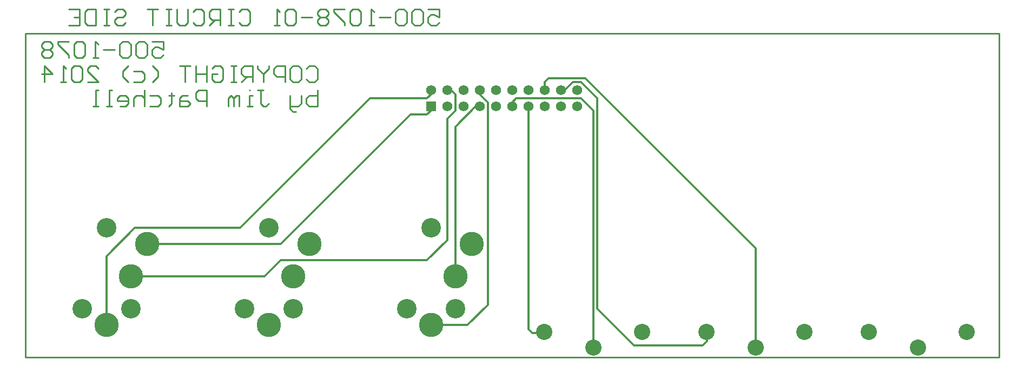
<source format=gbl>
*%FSLAX23Y23*%
*%MOIN*%
G01*
%ADD11C,0.006*%
%ADD12C,0.007*%
%ADD13C,0.010*%
%ADD14C,0.012*%
%ADD15C,0.036*%
%ADD16C,0.050*%
%ADD17C,0.056*%
%ADD18C,0.060*%
%ADD19C,0.062*%
%ADD20C,0.066*%
%ADD21C,0.070*%
%ADD22C,0.080*%
%ADD23C,0.095*%
%ADD24C,0.100*%
%ADD25C,0.104*%
%ADD26C,0.115*%
%ADD27C,0.120*%
%ADD28C,0.124*%
%ADD29C,0.150*%
%ADD30C,0.154*%
%ADD31R,0.062X0.062*%
%ADD32R,0.066X0.066*%
D13*
X7633Y8728D02*
X7700D01*
Y8678D01*
X7667Y8695D01*
X7650D01*
X7633Y8678D01*
Y8645D01*
X7650Y8628D01*
X7683D01*
X7700Y8645D01*
X7600Y8711D02*
X7583Y8728D01*
X7550D01*
X7533Y8711D01*
Y8645D01*
X7550Y8628D01*
X7583D01*
X7600Y8645D01*
Y8711D01*
X7500D02*
X7483Y8728D01*
X7450D01*
X7433Y8711D01*
Y8645D01*
X7450Y8628D01*
X7483D01*
X7500Y8645D01*
Y8711D01*
X7400Y8678D02*
X7333D01*
X7300Y8628D02*
X7267D01*
X7283D01*
Y8728D01*
X7284D01*
X7283D02*
X7300Y8711D01*
X7217D02*
X7200Y8728D01*
X7167D01*
X7150Y8711D01*
Y8645D01*
X7167Y8628D01*
X7200D01*
X7217Y8645D01*
Y8711D01*
X7117Y8728D02*
X7050D01*
Y8711D01*
X7117Y8645D01*
Y8628D01*
X7017Y8711D02*
X7000Y8728D01*
X6967D01*
X6950Y8711D01*
Y8695D01*
X6967Y8678D01*
X6950Y8661D01*
Y8645D01*
X6967Y8628D01*
X7000D01*
X7017Y8645D01*
Y8661D01*
X7000Y8678D01*
X7017Y8695D01*
Y8711D01*
X7000Y8678D02*
X6967D01*
X8583Y8561D02*
X8600Y8578D01*
X8633D01*
X8650Y8561D01*
Y8495D01*
X8633Y8478D01*
X8600D01*
X8583Y8495D01*
X8533Y8578D02*
X8500D01*
X8533D02*
X8550Y8561D01*
Y8495D01*
X8533Y8478D01*
X8500D01*
X8483Y8495D01*
Y8561D01*
X8500Y8578D01*
X8450D02*
Y8478D01*
Y8578D02*
X8400D01*
X8383Y8561D01*
Y8528D01*
X8400Y8511D01*
X8450D01*
X8350Y8561D02*
Y8578D01*
Y8561D02*
X8317Y8528D01*
X8283Y8561D01*
Y8578D01*
X8317Y8528D02*
Y8478D01*
X8250D02*
Y8578D01*
X8200D01*
X8183Y8561D01*
Y8528D01*
X8200Y8511D01*
X8250D01*
X8217D02*
X8183Y8478D01*
X8150Y8578D02*
X8117D01*
X8134D01*
Y8478D01*
X8150D01*
X8117D01*
X8017Y8578D02*
X8000Y8561D01*
X8017Y8578D02*
X8050D01*
X8067Y8561D01*
Y8495D01*
X8050Y8478D01*
X8017D01*
X8000Y8495D01*
Y8528D01*
X8034D01*
X7967Y8478D02*
Y8578D01*
Y8528D02*
Y8478D01*
Y8528D02*
X7900D01*
Y8578D01*
Y8478D01*
X7867Y8578D02*
X7800D01*
X7834D01*
Y8478D01*
X7667Y8511D02*
X7634Y8478D01*
X7667Y8511D02*
Y8545D01*
X7634Y8578D01*
X7567Y8545D02*
X7517D01*
X7567D02*
X7584Y8528D01*
Y8495D01*
X7567Y8478D01*
X7517D01*
X7484D02*
X7450Y8511D01*
Y8545D01*
X7484Y8578D01*
X7300Y8478D02*
X7234D01*
X7300D02*
X7234Y8545D01*
Y8561D01*
X7250Y8578D01*
X7284D01*
X7300Y8561D01*
X7200D02*
X7184Y8578D01*
X7150D01*
X7134Y8561D01*
Y8495D01*
X7150Y8478D01*
X7184D01*
X7200Y8495D01*
Y8561D01*
X7101Y8478D02*
X7067D01*
X7084D01*
Y8578D01*
X7085D01*
X7084D02*
X7101Y8561D01*
X6967Y8578D02*
Y8478D01*
X7017Y8528D02*
X6967Y8578D01*
X6951Y8528D02*
X7017D01*
X8650Y8428D02*
Y8328D01*
X8600D01*
X8583Y8345D01*
Y8361D01*
Y8378D01*
X8600Y8395D01*
X8650D01*
X8550D02*
Y8345D01*
X8533Y8328D01*
X8483D01*
Y8311D01*
X8500Y8295D01*
X8517D01*
X8483Y8328D02*
Y8395D01*
X8317Y8428D02*
X8283D01*
X8300D02*
X8317D01*
X8300D02*
Y8345D01*
X8317Y8328D01*
X8333D01*
X8350Y8345D01*
X8250Y8328D02*
X8217D01*
X8233D01*
Y8395D01*
X8250D01*
X8233Y8428D02*
X8234D01*
X8167Y8395D02*
Y8328D01*
Y8395D02*
X8150D01*
X8134Y8378D01*
Y8328D01*
Y8378D01*
X8117Y8395D01*
X8100Y8378D01*
Y8328D01*
X7967D02*
Y8428D01*
X7917D01*
X7900Y8411D01*
Y8378D01*
X7917Y8361D01*
X7967D01*
X7850Y8395D02*
X7817D01*
X7800Y8378D01*
Y8328D01*
X7850D01*
X7867Y8345D01*
X7850Y8361D01*
X7800D01*
X7750Y8395D02*
Y8411D01*
Y8395D02*
X7767D01*
X7734D01*
X7750D01*
Y8345D01*
X7734Y8328D01*
X7667Y8395D02*
X7617D01*
X7667D02*
X7684Y8378D01*
Y8345D01*
X7667Y8328D01*
X7617D01*
X7584D02*
Y8428D01*
Y8378D02*
Y8328D01*
Y8378D02*
X7567Y8395D01*
X7534D01*
X7517Y8378D01*
Y8328D01*
X7467D02*
X7434D01*
X7467D02*
X7484Y8345D01*
Y8378D01*
X7467Y8395D01*
X7434D01*
X7417Y8378D01*
Y8361D01*
X7484D01*
X7384Y8328D02*
X7350D01*
X7367D01*
Y8428D01*
X7384D01*
X7300Y8328D02*
X7267D01*
X7284D01*
Y8428D01*
X7300D01*
X9333Y8928D02*
X9400D01*
Y8878D01*
X9367Y8895D01*
X9350D01*
X9333Y8878D01*
Y8845D01*
X9350Y8828D01*
X9383D01*
X9400Y8845D01*
X9300Y8911D02*
X9283Y8928D01*
X9250D01*
X9233Y8911D01*
Y8845D01*
X9250Y8828D01*
X9283D01*
X9300Y8845D01*
Y8911D01*
X9200D02*
X9183Y8928D01*
X9150D01*
X9133Y8911D01*
Y8845D01*
X9150Y8828D01*
X9183D01*
X9200Y8845D01*
Y8911D01*
X9100Y8878D02*
X9033D01*
X9000Y8828D02*
X8967D01*
X8983D01*
Y8928D01*
X8984D01*
X8983D02*
X9000Y8911D01*
X8917D02*
X8900Y8928D01*
X8867D01*
X8850Y8911D01*
Y8845D01*
X8867Y8828D01*
X8900D01*
X8917Y8845D01*
Y8911D01*
X8817Y8928D02*
X8750D01*
Y8911D01*
X8817Y8845D01*
Y8828D01*
X8717Y8911D02*
X8700Y8928D01*
X8667D01*
X8650Y8911D01*
Y8895D01*
X8667Y8878D01*
X8650Y8861D01*
Y8845D01*
X8667Y8828D01*
X8700D01*
X8717Y8845D01*
Y8861D01*
X8700Y8878D01*
X8717Y8895D01*
Y8911D01*
X8700Y8878D02*
X8667D01*
X8617D02*
X8550D01*
X8517Y8911D02*
X8500Y8928D01*
X8467D01*
X8450Y8911D01*
Y8845D01*
X8467Y8828D01*
X8500D01*
X8517Y8845D01*
Y8911D01*
X8417Y8828D02*
X8384D01*
X8400D01*
Y8928D01*
X8401D01*
X8400D02*
X8417Y8911D01*
X8184Y8928D02*
X8167Y8911D01*
X8184Y8928D02*
X8217D01*
X8234Y8911D01*
Y8845D01*
X8217Y8828D01*
X8184D01*
X8167Y8845D01*
X8134Y8928D02*
X8100D01*
X8117D01*
Y8828D01*
X8134D01*
X8100D01*
X8050D02*
Y8928D01*
X8000D01*
X7984Y8911D01*
Y8878D01*
X8000Y8861D01*
X8050D01*
X8017D02*
X7984Y8828D01*
X7884Y8911D02*
X7900Y8928D01*
X7934D01*
X7950Y8911D01*
Y8845D01*
X7934Y8828D01*
X7900D01*
X7884Y8845D01*
X7851D02*
Y8928D01*
Y8845D02*
X7834Y8828D01*
X7801D01*
X7784Y8845D01*
Y8928D01*
X7751D02*
X7717D01*
X7734D01*
Y8828D01*
X7751D01*
X7717D01*
X7667Y8928D02*
X7601D01*
X7634D01*
Y8828D01*
X7417Y8928D02*
X7401Y8911D01*
X7417Y8928D02*
X7451D01*
X7467Y8911D01*
Y8895D01*
X7451Y8878D01*
X7417D01*
X7401Y8861D01*
Y8845D01*
X7417Y8828D01*
X7451D01*
X7467Y8845D01*
X7367Y8928D02*
X7334D01*
X7351D01*
Y8828D01*
X7367D01*
X7334D01*
X7284D02*
Y8928D01*
Y8828D02*
X7234D01*
X7217Y8845D01*
Y8911D01*
X7234Y8928D01*
X7284D01*
X7184D02*
X7117D01*
X7184D02*
Y8828D01*
X7117D01*
X7151Y8878D02*
X7184D01*
X6850Y8778D02*
X12850D01*
Y6778D02*
X6850D01*
X12850D02*
Y8778D01*
X6850D02*
Y6778D01*
D14*
X10300Y8503D02*
X11350Y7453D01*
X10600Y6853D02*
X10375Y7078D01*
X7525Y7578D02*
X7350Y7403D01*
X8175Y7578D02*
X8975Y8378D01*
X9450Y7503D02*
X9325Y7378D01*
X8425Y7478D02*
X9225Y8278D01*
X9700Y7103D02*
X9575Y6978D01*
X9500Y8203D02*
X9625Y8328D01*
X9975Y6928D02*
X10050D01*
X10600Y6853D02*
X11025D01*
X9575Y6978D02*
X9350D01*
X8325Y7278D02*
X7500D01*
X7350Y7403D02*
Y6978D01*
X8425Y7378D02*
X9325D01*
X8425Y7478D02*
X7600D01*
X7525Y7578D02*
X8175D01*
X9225Y8278D02*
X9325D01*
X8425Y7378D02*
X8325Y7278D01*
X9625Y8328D02*
X9650D01*
X9325Y8378D02*
X8975D01*
X9450Y8428D02*
X9475D01*
X9875Y8378D02*
X10275D01*
X10300Y8503D02*
X10075D01*
X10150Y8428D02*
X10175D01*
X10225Y8478D02*
X10275D01*
X9350Y8428D02*
Y8403D01*
Y8328D02*
Y8303D01*
X9325Y8378D02*
X9350Y8403D01*
Y8303D02*
X9325Y8278D01*
X9450Y8253D02*
Y7503D01*
X9500Y8303D02*
Y8403D01*
Y8203D02*
Y7278D01*
Y8403D02*
X9475Y8428D01*
X9500Y8303D02*
X9450Y8253D01*
X9650Y8403D02*
Y8428D01*
X9700Y8353D02*
Y7103D01*
Y8353D02*
X9650Y8403D01*
X9850Y8353D02*
Y8328D01*
X9950D02*
Y6953D01*
X9975Y6928D01*
X9850Y8353D02*
X9875Y8378D01*
X10050Y8428D02*
Y8478D01*
X10075Y8503D01*
X10350Y8303D02*
Y6828D01*
Y8303D02*
X10275Y8378D01*
Y8478D02*
X10375Y8378D01*
X10225Y8478D02*
X10175Y8428D01*
X10375Y8378D02*
Y7078D01*
X11050Y6928D02*
Y6878D01*
X11025Y6853D01*
X11350Y6828D02*
Y7453D01*
D19*
X10250Y8428D02*
D03*
Y8328D02*
D03*
X10150Y8428D02*
D03*
Y8328D02*
D03*
X10050Y8428D02*
D03*
Y8328D02*
D03*
X9950Y8428D02*
D03*
Y8328D02*
D03*
X9850Y8428D02*
D03*
Y8328D02*
D03*
X9750Y8428D02*
D03*
Y8328D02*
D03*
X9650Y8428D02*
D03*
Y8328D02*
D03*
X9550Y8428D02*
D03*
Y8328D02*
D03*
X9450Y8428D02*
D03*
Y8328D02*
D03*
X9350Y8428D02*
D03*
D24*
X12653Y6936D02*
D03*
X12047D02*
D03*
X12350Y6838D02*
D03*
X11653Y6936D02*
D03*
X11047D02*
D03*
X11350Y6838D02*
D03*
X10653Y6936D02*
D03*
X10047D02*
D03*
X10350Y6838D02*
D03*
D27*
X9500Y7078D02*
D03*
X9200D02*
D03*
X9350Y7578D02*
D03*
X8500Y7078D02*
D03*
X8200D02*
D03*
X8350Y7578D02*
D03*
X7500Y7078D02*
D03*
X7200D02*
D03*
X7350Y7578D02*
D03*
D29*
X9500Y7278D02*
D03*
X9600Y7478D02*
D03*
X9350Y6978D02*
D03*
X8500Y7278D02*
D03*
X8600Y7478D02*
D03*
X8350Y6978D02*
D03*
X7500Y7278D02*
D03*
X7600Y7478D02*
D03*
X7350Y6978D02*
D03*
D31*
X9350Y8328D02*
D03*
M02*

</source>
